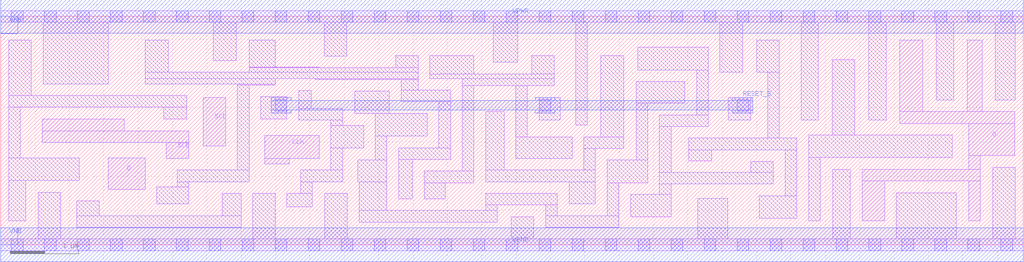
<source format=lef>
# Copyright 2020 The SkyWater PDK Authors
#
# Licensed under the Apache License, Version 2.0 (the "License");
# you may not use this file except in compliance with the License.
# You may obtain a copy of the License at
#
#     https://www.apache.org/licenses/LICENSE-2.0
#
# Unless required by applicable law or agreed to in writing, software
# distributed under the License is distributed on an "AS IS" BASIS,
# WITHOUT WARRANTIES OR CONDITIONS OF ANY KIND, either express or implied.
# See the License for the specific language governing permissions and
# limitations under the License.
#
# SPDX-License-Identifier: Apache-2.0

VERSION 5.5 ;
NAMESCASESENSITIVE ON ;
BUSBITCHARS "[]" ;
DIVIDERCHAR "/" ;
MACRO sky130_fd_sc_ms__sdfrtp_4
  CLASS CORE ;
  SOURCE USER ;
  ORIGIN  0.000000  0.000000 ;
  SIZE  14.88000 BY  3.330000 ;
  SYMMETRY X Y R90 ;
  SITE unit ;
  PIN D
    ANTENNAGATEAREA  0.159000 ;
    DIRECTION INPUT ;
    USE SIGNAL ;
    PORT
      LAYER li1 ;
        RECT 1.565000 0.810000 2.100000 1.265000 ;
    END
  END D
  PIN Q
    ANTENNADIFFAREA  1.086400 ;
    DIRECTION OUTPUT ;
    USE SIGNAL ;
    PORT
      LAYER li1 ;
        RECT 12.535000 0.350000 12.865000 0.930000 ;
        RECT 12.535000 0.930000 14.255000 1.100000 ;
        RECT 13.085000 1.770000 14.755000 1.940000 ;
        RECT 13.085000 1.940000 13.415000 2.980000 ;
        RECT 14.065000 1.940000 14.280000 2.980000 ;
        RECT 14.085000 0.350000 14.255000 0.930000 ;
        RECT 14.085000 1.100000 14.255000 1.300000 ;
        RECT 14.085000 1.300000 14.755000 1.770000 ;
    END
  END Q
  PIN RESET_B
    ANTENNAGATEAREA  0.411000 ;
    DIRECTION INPUT ;
    USE SIGNAL ;
    PORT
      LAYER met1 ;
        RECT  3.935000 1.920000  4.225000 1.965000 ;
        RECT  3.935000 1.965000 10.945000 2.105000 ;
        RECT  3.935000 2.105000  4.225000 2.150000 ;
        RECT  7.775000 1.920000  8.065000 1.965000 ;
        RECT  7.775000 2.105000  8.065000 2.150000 ;
        RECT 10.655000 1.920000 10.945000 1.965000 ;
        RECT 10.655000 2.105000 10.945000 2.150000 ;
    END
  END RESET_B
  PIN SCD
    ANTENNAGATEAREA  0.159000 ;
    DIRECTION INPUT ;
    USE SIGNAL ;
    PORT
      LAYER li1 ;
        RECT 2.945000 1.440000 3.275000 2.150000 ;
    END
  END SCD
  PIN SCE
    ANTENNAGATEAREA  0.318000 ;
    DIRECTION INPUT ;
    USE SIGNAL ;
    PORT
      LAYER li1 ;
        RECT 0.605000 1.490000 2.735000 1.660000 ;
        RECT 0.605000 1.660000 1.795000 1.835000 ;
        RECT 2.405000 1.260000 2.735000 1.490000 ;
    END
  END SCE
  PIN CLK
    ANTENNAGATEAREA  0.261000 ;
    DIRECTION INPUT ;
    USE CLOCK ;
    PORT
      LAYER li1 ;
        RECT 3.840000 1.180000 4.195000 1.260000 ;
        RECT 3.840000 1.260000 4.635000 1.590000 ;
    END
  END CLK
  PIN VGND
    DIRECTION INOUT ;
    USE GROUND ;
    PORT
      LAYER met1 ;
        RECT 0.000000 -0.245000 14.880000 0.245000 ;
    END
  END VGND
  PIN VNB
    DIRECTION INOUT ;
    USE GROUND ;
    PORT
      LAYER met1 ;
        RECT 0.000000 0.000000 0.250000 0.250000 ;
    END
  END VNB
  PIN VPB
    DIRECTION INOUT ;
    USE POWER ;
    PORT
      LAYER met1 ;
        RECT 0.000000 3.080000 0.250000 3.330000 ;
    END
  END VPB
  PIN VPWR
    DIRECTION INOUT ;
    USE POWER ;
    PORT
      LAYER met1 ;
        RECT 0.000000 3.085000 14.880000 3.575000 ;
    END
  END VPWR
  OBS
    LAYER li1 ;
      RECT  0.000000 -0.085000 14.880000 0.085000 ;
      RECT  0.000000  3.245000 14.880000 3.415000 ;
      RECT  0.115000  0.350000  0.365000 0.935000 ;
      RECT  0.115000  0.935000  1.140000 1.265000 ;
      RECT  0.115000  1.265000  0.285000 2.005000 ;
      RECT  0.115000  2.005000  2.705000 2.175000 ;
      RECT  0.115000  2.175000  0.445000 2.980000 ;
      RECT  0.545000  0.085000  0.875000 0.765000 ;
      RECT  0.615000  2.345000  1.565000 3.245000 ;
      RECT  1.105000  0.255000  3.500000 0.425000 ;
      RECT  1.105000  0.425000  1.435000 0.640000 ;
      RECT  2.105000  2.345000  3.995000 2.420000 ;
      RECT  2.105000  2.420000  6.075000 2.515000 ;
      RECT  2.105000  2.515000  2.435000 2.980000 ;
      RECT  2.270000  0.595000  2.735000 0.845000 ;
      RECT  2.375000  1.830000  2.705000 2.005000 ;
      RECT  2.565000  0.845000  2.735000 0.920000 ;
      RECT  2.565000  0.920000  3.615000 1.090000 ;
      RECT  3.095000  2.685000  3.425000 3.245000 ;
      RECT  3.225000  0.425000  3.500000 0.750000 ;
      RECT  3.445000  1.090000  3.615000 2.330000 ;
      RECT  3.445000  2.330000  3.995000 2.345000 ;
      RECT  3.615000  2.515000  6.075000 2.580000 ;
      RECT  3.615000  2.580000  4.645000 2.590000 ;
      RECT  3.615000  2.590000  3.995000 2.980000 ;
      RECT  3.670000  0.085000  3.995000 0.750000 ;
      RECT  3.785000  1.830000  4.165000 2.160000 ;
      RECT  4.165000  0.550000  4.535000 0.750000 ;
      RECT  4.335000  1.820000  4.975000 1.990000 ;
      RECT  4.335000  1.990000  4.515000 2.250000 ;
      RECT  4.365000  0.750000  4.535000 0.920000 ;
      RECT  4.365000  0.920000  4.975000 1.090000 ;
      RECT  4.580000  2.410000  6.075000 2.420000 ;
      RECT  4.705000  2.750000  5.035000 3.245000 ;
      RECT  4.715000  0.085000  5.045000 0.750000 ;
      RECT  4.805000  1.090000  4.975000 1.410000 ;
      RECT  4.805000  1.410000  5.280000 1.740000 ;
      RECT  4.805000  1.740000  4.975000 1.820000 ;
      RECT  5.155000  1.910000  6.205000 1.915000 ;
      RECT  5.155000  1.915000  5.655000 2.240000 ;
      RECT  5.195000  0.920000  5.620000 1.240000 ;
      RECT  5.215000  0.330000  7.225000 0.500000 ;
      RECT  5.215000  0.500000  5.620000 0.920000 ;
      RECT  5.450000  1.240000  5.620000 1.585000 ;
      RECT  5.450000  1.585000  6.205000 1.910000 ;
      RECT  5.745000  2.580000  6.075000 2.755000 ;
      RECT  5.790000  0.670000  5.990000 1.245000 ;
      RECT  5.790000  1.245000  6.545000 1.415000 ;
      RECT  5.825000  2.085000  6.545000 2.255000 ;
      RECT  5.825000  2.255000  6.075000 2.410000 ;
      RECT  6.160000  0.670000  6.470000 0.905000 ;
      RECT  6.160000  0.905000  6.885000 1.075000 ;
      RECT  6.245000  2.425000  8.055000 2.490000 ;
      RECT  6.245000  2.490000  6.885000 2.755000 ;
      RECT  6.375000  1.415000  6.545000 2.085000 ;
      RECT  6.715000  1.075000  6.885000 2.320000 ;
      RECT  6.715000  2.320000  8.055000 2.425000 ;
      RECT  7.055000  0.500000  7.225000 0.580000 ;
      RECT  7.055000  0.580000  8.100000 0.750000 ;
      RECT  7.055000  0.920000  8.655000 1.090000 ;
      RECT  7.055000  1.090000  7.325000 1.945000 ;
      RECT  7.170000  2.660000  7.520000 3.245000 ;
      RECT  7.430000  0.085000  7.760000 0.410000 ;
      RECT  7.495000  1.260000  8.315000 1.575000 ;
      RECT  7.495000  1.575000  7.665000 2.320000 ;
      RECT  7.725000  2.490000  8.055000 2.755000 ;
      RECT  7.835000  1.820000  8.145000 2.150000 ;
      RECT  7.930000  0.255000  8.995000 0.425000 ;
      RECT  7.930000  0.425000  8.100000 0.580000 ;
      RECT  8.270000  0.595000  8.655000 0.920000 ;
      RECT  8.365000  1.745000  8.535000 3.245000 ;
      RECT  8.485000  1.090000  8.655000 1.405000 ;
      RECT  8.485000  1.405000  9.065000 1.575000 ;
      RECT  8.735000  1.575000  9.065000 2.755000 ;
      RECT  8.825000  0.425000  8.995000 0.905000 ;
      RECT  8.825000  0.905000  9.415000 1.235000 ;
      RECT  9.165000  0.405000  9.755000 0.735000 ;
      RECT  9.245000  1.235000  9.415000 2.065000 ;
      RECT  9.245000  2.065000  9.955000 2.380000 ;
      RECT  9.270000  2.550000 10.295000 2.880000 ;
      RECT  9.585000  0.735000  9.755000 0.885000 ;
      RECT  9.585000  0.885000 11.245000 1.055000 ;
      RECT  9.585000  1.055000  9.755000 1.725000 ;
      RECT  9.585000  1.725000 10.295000 1.895000 ;
      RECT 10.015000  1.225000 10.345000 1.385000 ;
      RECT 10.015000  1.385000 11.585000 1.555000 ;
      RECT 10.125000  1.895000 10.295000 2.550000 ;
      RECT 10.140000  0.085000 10.580000 0.680000 ;
      RECT 10.465000  2.520000 10.795000 3.245000 ;
      RECT 10.585000  1.820000 10.915000 2.150000 ;
      RECT 10.915000  1.055000 11.245000 1.215000 ;
      RECT 11.000000  2.520000 11.330000 2.980000 ;
      RECT 11.040000  0.385000 11.585000 0.715000 ;
      RECT 11.160000  1.555000 11.330000 2.520000 ;
      RECT 11.415000  0.715000 11.585000 1.385000 ;
      RECT 11.650000  1.820000 11.900000 3.245000 ;
      RECT 11.755000  0.350000 11.925000 1.270000 ;
      RECT 11.755000  1.270000 13.850000 1.600000 ;
      RECT 12.100000  1.600000 12.430000 2.700000 ;
      RECT 12.105000  0.085000 12.365000 1.100000 ;
      RECT 12.635000  1.820000 12.885000 3.245000 ;
      RECT 13.035000  0.085000 13.905000 0.760000 ;
      RECT 13.615000  2.110000 13.865000 3.245000 ;
      RECT 14.435000  0.085000 14.765000 1.130000 ;
      RECT 14.470000  2.110000 14.765000 3.245000 ;
    LAYER mcon ;
      RECT  0.155000 -0.085000  0.325000 0.085000 ;
      RECT  0.155000  3.245000  0.325000 3.415000 ;
      RECT  0.635000 -0.085000  0.805000 0.085000 ;
      RECT  0.635000  3.245000  0.805000 3.415000 ;
      RECT  1.115000 -0.085000  1.285000 0.085000 ;
      RECT  1.115000  3.245000  1.285000 3.415000 ;
      RECT  1.595000 -0.085000  1.765000 0.085000 ;
      RECT  1.595000  3.245000  1.765000 3.415000 ;
      RECT  2.075000 -0.085000  2.245000 0.085000 ;
      RECT  2.075000  3.245000  2.245000 3.415000 ;
      RECT  2.555000 -0.085000  2.725000 0.085000 ;
      RECT  2.555000  3.245000  2.725000 3.415000 ;
      RECT  3.035000 -0.085000  3.205000 0.085000 ;
      RECT  3.035000  3.245000  3.205000 3.415000 ;
      RECT  3.515000 -0.085000  3.685000 0.085000 ;
      RECT  3.515000  3.245000  3.685000 3.415000 ;
      RECT  3.995000 -0.085000  4.165000 0.085000 ;
      RECT  3.995000  1.950000  4.165000 2.120000 ;
      RECT  3.995000  3.245000  4.165000 3.415000 ;
      RECT  4.475000 -0.085000  4.645000 0.085000 ;
      RECT  4.475000  3.245000  4.645000 3.415000 ;
      RECT  4.955000 -0.085000  5.125000 0.085000 ;
      RECT  4.955000  3.245000  5.125000 3.415000 ;
      RECT  5.435000 -0.085000  5.605000 0.085000 ;
      RECT  5.435000  3.245000  5.605000 3.415000 ;
      RECT  5.915000 -0.085000  6.085000 0.085000 ;
      RECT  5.915000  3.245000  6.085000 3.415000 ;
      RECT  6.395000 -0.085000  6.565000 0.085000 ;
      RECT  6.395000  3.245000  6.565000 3.415000 ;
      RECT  6.875000 -0.085000  7.045000 0.085000 ;
      RECT  6.875000  3.245000  7.045000 3.415000 ;
      RECT  7.355000 -0.085000  7.525000 0.085000 ;
      RECT  7.355000  3.245000  7.525000 3.415000 ;
      RECT  7.835000 -0.085000  8.005000 0.085000 ;
      RECT  7.835000  1.950000  8.005000 2.120000 ;
      RECT  7.835000  3.245000  8.005000 3.415000 ;
      RECT  8.315000 -0.085000  8.485000 0.085000 ;
      RECT  8.315000  3.245000  8.485000 3.415000 ;
      RECT  8.795000 -0.085000  8.965000 0.085000 ;
      RECT  8.795000  3.245000  8.965000 3.415000 ;
      RECT  9.275000 -0.085000  9.445000 0.085000 ;
      RECT  9.275000  3.245000  9.445000 3.415000 ;
      RECT  9.755000 -0.085000  9.925000 0.085000 ;
      RECT  9.755000  3.245000  9.925000 3.415000 ;
      RECT 10.235000 -0.085000 10.405000 0.085000 ;
      RECT 10.235000  3.245000 10.405000 3.415000 ;
      RECT 10.715000 -0.085000 10.885000 0.085000 ;
      RECT 10.715000  1.950000 10.885000 2.120000 ;
      RECT 10.715000  3.245000 10.885000 3.415000 ;
      RECT 11.195000 -0.085000 11.365000 0.085000 ;
      RECT 11.195000  3.245000 11.365000 3.415000 ;
      RECT 11.675000 -0.085000 11.845000 0.085000 ;
      RECT 11.675000  3.245000 11.845000 3.415000 ;
      RECT 12.155000 -0.085000 12.325000 0.085000 ;
      RECT 12.155000  3.245000 12.325000 3.415000 ;
      RECT 12.635000 -0.085000 12.805000 0.085000 ;
      RECT 12.635000  3.245000 12.805000 3.415000 ;
      RECT 13.115000 -0.085000 13.285000 0.085000 ;
      RECT 13.115000  3.245000 13.285000 3.415000 ;
      RECT 13.595000 -0.085000 13.765000 0.085000 ;
      RECT 13.595000  3.245000 13.765000 3.415000 ;
      RECT 14.075000 -0.085000 14.245000 0.085000 ;
      RECT 14.075000  3.245000 14.245000 3.415000 ;
      RECT 14.555000 -0.085000 14.725000 0.085000 ;
      RECT 14.555000  3.245000 14.725000 3.415000 ;
  END
END sky130_fd_sc_ms__sdfrtp_4

</source>
